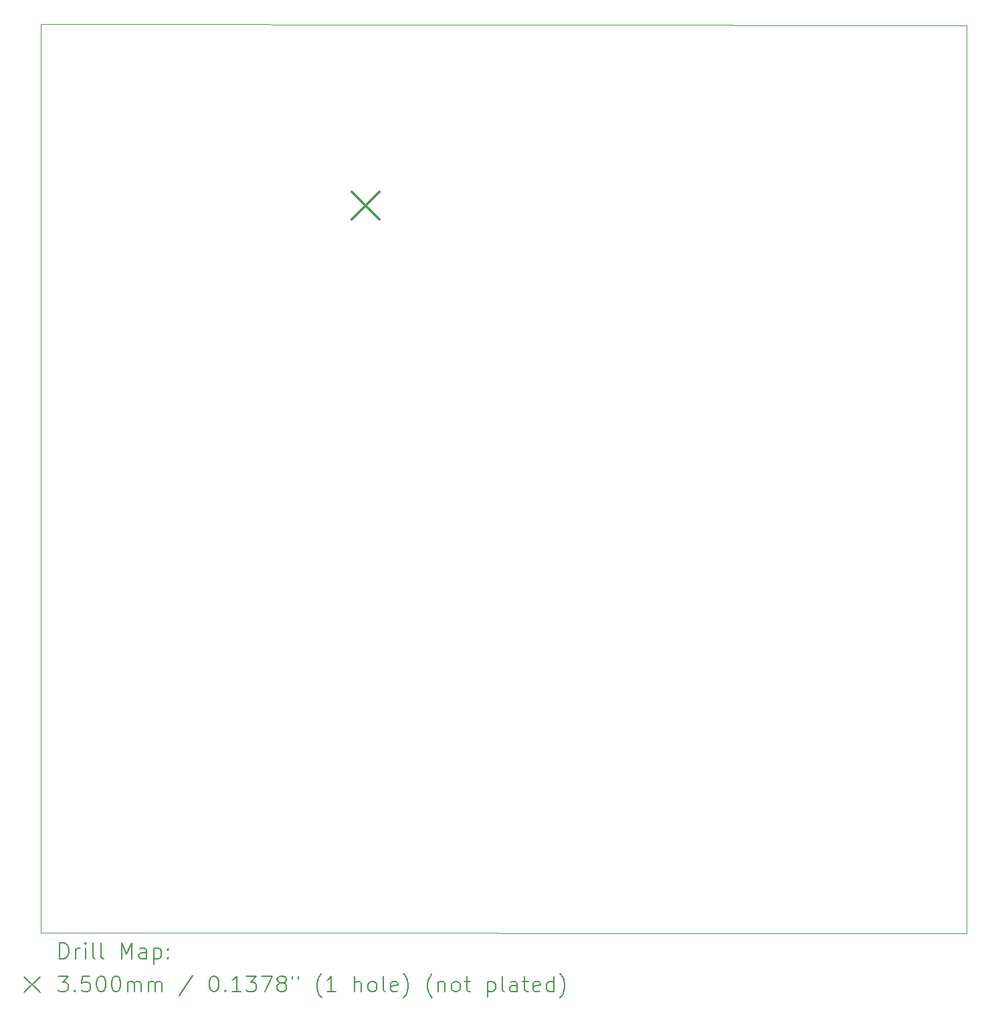
<source format=gbr>
%TF.GenerationSoftware,KiCad,Pcbnew,7.0.1*%
%TF.CreationDate,2023-04-17T00:19:05+03:00*%
%TF.ProjectId,exed,65786564-2e6b-4696-9361-645f70636258,rev?*%
%TF.SameCoordinates,Original*%
%TF.FileFunction,Drillmap*%
%TF.FilePolarity,Positive*%
%FSLAX45Y45*%
G04 Gerber Fmt 4.5, Leading zero omitted, Abs format (unit mm)*
G04 Created by KiCad (PCBNEW 7.0.1) date 2023-04-17 00:19:05*
%MOMM*%
%LPD*%
G01*
G04 APERTURE LIST*
%ADD10C,0.100000*%
%ADD11C,0.200000*%
%ADD12C,0.350000*%
G04 APERTURE END LIST*
D10*
X10000000Y-14500000D02*
X10000000Y-3000000D01*
X21717000Y-14513000D02*
X10000000Y-14500000D01*
X10000000Y-3000000D02*
X21717000Y-3013000D01*
X21717000Y-3013000D02*
X21717000Y-14513000D01*
D11*
D12*
X13939500Y-5122500D02*
X14289500Y-5472500D01*
X14289500Y-5122500D02*
X13939500Y-5472500D01*
D11*
X10242619Y-14830524D02*
X10242619Y-14630524D01*
X10242619Y-14630524D02*
X10290238Y-14630524D01*
X10290238Y-14630524D02*
X10318810Y-14640048D01*
X10318810Y-14640048D02*
X10337857Y-14659095D01*
X10337857Y-14659095D02*
X10347381Y-14678143D01*
X10347381Y-14678143D02*
X10356905Y-14716238D01*
X10356905Y-14716238D02*
X10356905Y-14744809D01*
X10356905Y-14744809D02*
X10347381Y-14782905D01*
X10347381Y-14782905D02*
X10337857Y-14801952D01*
X10337857Y-14801952D02*
X10318810Y-14821000D01*
X10318810Y-14821000D02*
X10290238Y-14830524D01*
X10290238Y-14830524D02*
X10242619Y-14830524D01*
X10442619Y-14830524D02*
X10442619Y-14697190D01*
X10442619Y-14735286D02*
X10452143Y-14716238D01*
X10452143Y-14716238D02*
X10461667Y-14706714D01*
X10461667Y-14706714D02*
X10480714Y-14697190D01*
X10480714Y-14697190D02*
X10499762Y-14697190D01*
X10566429Y-14830524D02*
X10566429Y-14697190D01*
X10566429Y-14630524D02*
X10556905Y-14640048D01*
X10556905Y-14640048D02*
X10566429Y-14649571D01*
X10566429Y-14649571D02*
X10575952Y-14640048D01*
X10575952Y-14640048D02*
X10566429Y-14630524D01*
X10566429Y-14630524D02*
X10566429Y-14649571D01*
X10690238Y-14830524D02*
X10671190Y-14821000D01*
X10671190Y-14821000D02*
X10661667Y-14801952D01*
X10661667Y-14801952D02*
X10661667Y-14630524D01*
X10795000Y-14830524D02*
X10775952Y-14821000D01*
X10775952Y-14821000D02*
X10766429Y-14801952D01*
X10766429Y-14801952D02*
X10766429Y-14630524D01*
X11023571Y-14830524D02*
X11023571Y-14630524D01*
X11023571Y-14630524D02*
X11090238Y-14773381D01*
X11090238Y-14773381D02*
X11156905Y-14630524D01*
X11156905Y-14630524D02*
X11156905Y-14830524D01*
X11337857Y-14830524D02*
X11337857Y-14725762D01*
X11337857Y-14725762D02*
X11328333Y-14706714D01*
X11328333Y-14706714D02*
X11309286Y-14697190D01*
X11309286Y-14697190D02*
X11271190Y-14697190D01*
X11271190Y-14697190D02*
X11252143Y-14706714D01*
X11337857Y-14821000D02*
X11318809Y-14830524D01*
X11318809Y-14830524D02*
X11271190Y-14830524D01*
X11271190Y-14830524D02*
X11252143Y-14821000D01*
X11252143Y-14821000D02*
X11242619Y-14801952D01*
X11242619Y-14801952D02*
X11242619Y-14782905D01*
X11242619Y-14782905D02*
X11252143Y-14763857D01*
X11252143Y-14763857D02*
X11271190Y-14754333D01*
X11271190Y-14754333D02*
X11318809Y-14754333D01*
X11318809Y-14754333D02*
X11337857Y-14744809D01*
X11433095Y-14697190D02*
X11433095Y-14897190D01*
X11433095Y-14706714D02*
X11452143Y-14697190D01*
X11452143Y-14697190D02*
X11490238Y-14697190D01*
X11490238Y-14697190D02*
X11509286Y-14706714D01*
X11509286Y-14706714D02*
X11518809Y-14716238D01*
X11518809Y-14716238D02*
X11528333Y-14735286D01*
X11528333Y-14735286D02*
X11528333Y-14792428D01*
X11528333Y-14792428D02*
X11518809Y-14811476D01*
X11518809Y-14811476D02*
X11509286Y-14821000D01*
X11509286Y-14821000D02*
X11490238Y-14830524D01*
X11490238Y-14830524D02*
X11452143Y-14830524D01*
X11452143Y-14830524D02*
X11433095Y-14821000D01*
X11614048Y-14811476D02*
X11623571Y-14821000D01*
X11623571Y-14821000D02*
X11614048Y-14830524D01*
X11614048Y-14830524D02*
X11604524Y-14821000D01*
X11604524Y-14821000D02*
X11614048Y-14811476D01*
X11614048Y-14811476D02*
X11614048Y-14830524D01*
X11614048Y-14706714D02*
X11623571Y-14716238D01*
X11623571Y-14716238D02*
X11614048Y-14725762D01*
X11614048Y-14725762D02*
X11604524Y-14716238D01*
X11604524Y-14716238D02*
X11614048Y-14706714D01*
X11614048Y-14706714D02*
X11614048Y-14725762D01*
X9795000Y-15058000D02*
X9995000Y-15258000D01*
X9995000Y-15058000D02*
X9795000Y-15258000D01*
X10223571Y-15050524D02*
X10347381Y-15050524D01*
X10347381Y-15050524D02*
X10280714Y-15126714D01*
X10280714Y-15126714D02*
X10309286Y-15126714D01*
X10309286Y-15126714D02*
X10328333Y-15136238D01*
X10328333Y-15136238D02*
X10337857Y-15145762D01*
X10337857Y-15145762D02*
X10347381Y-15164809D01*
X10347381Y-15164809D02*
X10347381Y-15212428D01*
X10347381Y-15212428D02*
X10337857Y-15231476D01*
X10337857Y-15231476D02*
X10328333Y-15241000D01*
X10328333Y-15241000D02*
X10309286Y-15250524D01*
X10309286Y-15250524D02*
X10252143Y-15250524D01*
X10252143Y-15250524D02*
X10233095Y-15241000D01*
X10233095Y-15241000D02*
X10223571Y-15231476D01*
X10433095Y-15231476D02*
X10442619Y-15241000D01*
X10442619Y-15241000D02*
X10433095Y-15250524D01*
X10433095Y-15250524D02*
X10423571Y-15241000D01*
X10423571Y-15241000D02*
X10433095Y-15231476D01*
X10433095Y-15231476D02*
X10433095Y-15250524D01*
X10623571Y-15050524D02*
X10528333Y-15050524D01*
X10528333Y-15050524D02*
X10518810Y-15145762D01*
X10518810Y-15145762D02*
X10528333Y-15136238D01*
X10528333Y-15136238D02*
X10547381Y-15126714D01*
X10547381Y-15126714D02*
X10595000Y-15126714D01*
X10595000Y-15126714D02*
X10614048Y-15136238D01*
X10614048Y-15136238D02*
X10623571Y-15145762D01*
X10623571Y-15145762D02*
X10633095Y-15164809D01*
X10633095Y-15164809D02*
X10633095Y-15212428D01*
X10633095Y-15212428D02*
X10623571Y-15231476D01*
X10623571Y-15231476D02*
X10614048Y-15241000D01*
X10614048Y-15241000D02*
X10595000Y-15250524D01*
X10595000Y-15250524D02*
X10547381Y-15250524D01*
X10547381Y-15250524D02*
X10528333Y-15241000D01*
X10528333Y-15241000D02*
X10518810Y-15231476D01*
X10756905Y-15050524D02*
X10775952Y-15050524D01*
X10775952Y-15050524D02*
X10795000Y-15060048D01*
X10795000Y-15060048D02*
X10804524Y-15069571D01*
X10804524Y-15069571D02*
X10814048Y-15088619D01*
X10814048Y-15088619D02*
X10823571Y-15126714D01*
X10823571Y-15126714D02*
X10823571Y-15174333D01*
X10823571Y-15174333D02*
X10814048Y-15212428D01*
X10814048Y-15212428D02*
X10804524Y-15231476D01*
X10804524Y-15231476D02*
X10795000Y-15241000D01*
X10795000Y-15241000D02*
X10775952Y-15250524D01*
X10775952Y-15250524D02*
X10756905Y-15250524D01*
X10756905Y-15250524D02*
X10737857Y-15241000D01*
X10737857Y-15241000D02*
X10728333Y-15231476D01*
X10728333Y-15231476D02*
X10718810Y-15212428D01*
X10718810Y-15212428D02*
X10709286Y-15174333D01*
X10709286Y-15174333D02*
X10709286Y-15126714D01*
X10709286Y-15126714D02*
X10718810Y-15088619D01*
X10718810Y-15088619D02*
X10728333Y-15069571D01*
X10728333Y-15069571D02*
X10737857Y-15060048D01*
X10737857Y-15060048D02*
X10756905Y-15050524D01*
X10947381Y-15050524D02*
X10966429Y-15050524D01*
X10966429Y-15050524D02*
X10985476Y-15060048D01*
X10985476Y-15060048D02*
X10995000Y-15069571D01*
X10995000Y-15069571D02*
X11004524Y-15088619D01*
X11004524Y-15088619D02*
X11014048Y-15126714D01*
X11014048Y-15126714D02*
X11014048Y-15174333D01*
X11014048Y-15174333D02*
X11004524Y-15212428D01*
X11004524Y-15212428D02*
X10995000Y-15231476D01*
X10995000Y-15231476D02*
X10985476Y-15241000D01*
X10985476Y-15241000D02*
X10966429Y-15250524D01*
X10966429Y-15250524D02*
X10947381Y-15250524D01*
X10947381Y-15250524D02*
X10928333Y-15241000D01*
X10928333Y-15241000D02*
X10918810Y-15231476D01*
X10918810Y-15231476D02*
X10909286Y-15212428D01*
X10909286Y-15212428D02*
X10899762Y-15174333D01*
X10899762Y-15174333D02*
X10899762Y-15126714D01*
X10899762Y-15126714D02*
X10909286Y-15088619D01*
X10909286Y-15088619D02*
X10918810Y-15069571D01*
X10918810Y-15069571D02*
X10928333Y-15060048D01*
X10928333Y-15060048D02*
X10947381Y-15050524D01*
X11099762Y-15250524D02*
X11099762Y-15117190D01*
X11099762Y-15136238D02*
X11109286Y-15126714D01*
X11109286Y-15126714D02*
X11128333Y-15117190D01*
X11128333Y-15117190D02*
X11156905Y-15117190D01*
X11156905Y-15117190D02*
X11175952Y-15126714D01*
X11175952Y-15126714D02*
X11185476Y-15145762D01*
X11185476Y-15145762D02*
X11185476Y-15250524D01*
X11185476Y-15145762D02*
X11195000Y-15126714D01*
X11195000Y-15126714D02*
X11214048Y-15117190D01*
X11214048Y-15117190D02*
X11242619Y-15117190D01*
X11242619Y-15117190D02*
X11261667Y-15126714D01*
X11261667Y-15126714D02*
X11271190Y-15145762D01*
X11271190Y-15145762D02*
X11271190Y-15250524D01*
X11366429Y-15250524D02*
X11366429Y-15117190D01*
X11366429Y-15136238D02*
X11375952Y-15126714D01*
X11375952Y-15126714D02*
X11395000Y-15117190D01*
X11395000Y-15117190D02*
X11423571Y-15117190D01*
X11423571Y-15117190D02*
X11442619Y-15126714D01*
X11442619Y-15126714D02*
X11452143Y-15145762D01*
X11452143Y-15145762D02*
X11452143Y-15250524D01*
X11452143Y-15145762D02*
X11461667Y-15126714D01*
X11461667Y-15126714D02*
X11480714Y-15117190D01*
X11480714Y-15117190D02*
X11509286Y-15117190D01*
X11509286Y-15117190D02*
X11528333Y-15126714D01*
X11528333Y-15126714D02*
X11537857Y-15145762D01*
X11537857Y-15145762D02*
X11537857Y-15250524D01*
X11928333Y-15041000D02*
X11756905Y-15298143D01*
X12185476Y-15050524D02*
X12204524Y-15050524D01*
X12204524Y-15050524D02*
X12223572Y-15060048D01*
X12223572Y-15060048D02*
X12233095Y-15069571D01*
X12233095Y-15069571D02*
X12242619Y-15088619D01*
X12242619Y-15088619D02*
X12252143Y-15126714D01*
X12252143Y-15126714D02*
X12252143Y-15174333D01*
X12252143Y-15174333D02*
X12242619Y-15212428D01*
X12242619Y-15212428D02*
X12233095Y-15231476D01*
X12233095Y-15231476D02*
X12223572Y-15241000D01*
X12223572Y-15241000D02*
X12204524Y-15250524D01*
X12204524Y-15250524D02*
X12185476Y-15250524D01*
X12185476Y-15250524D02*
X12166429Y-15241000D01*
X12166429Y-15241000D02*
X12156905Y-15231476D01*
X12156905Y-15231476D02*
X12147381Y-15212428D01*
X12147381Y-15212428D02*
X12137857Y-15174333D01*
X12137857Y-15174333D02*
X12137857Y-15126714D01*
X12137857Y-15126714D02*
X12147381Y-15088619D01*
X12147381Y-15088619D02*
X12156905Y-15069571D01*
X12156905Y-15069571D02*
X12166429Y-15060048D01*
X12166429Y-15060048D02*
X12185476Y-15050524D01*
X12337857Y-15231476D02*
X12347381Y-15241000D01*
X12347381Y-15241000D02*
X12337857Y-15250524D01*
X12337857Y-15250524D02*
X12328333Y-15241000D01*
X12328333Y-15241000D02*
X12337857Y-15231476D01*
X12337857Y-15231476D02*
X12337857Y-15250524D01*
X12537857Y-15250524D02*
X12423572Y-15250524D01*
X12480714Y-15250524D02*
X12480714Y-15050524D01*
X12480714Y-15050524D02*
X12461667Y-15079095D01*
X12461667Y-15079095D02*
X12442619Y-15098143D01*
X12442619Y-15098143D02*
X12423572Y-15107667D01*
X12604524Y-15050524D02*
X12728333Y-15050524D01*
X12728333Y-15050524D02*
X12661667Y-15126714D01*
X12661667Y-15126714D02*
X12690238Y-15126714D01*
X12690238Y-15126714D02*
X12709286Y-15136238D01*
X12709286Y-15136238D02*
X12718810Y-15145762D01*
X12718810Y-15145762D02*
X12728333Y-15164809D01*
X12728333Y-15164809D02*
X12728333Y-15212428D01*
X12728333Y-15212428D02*
X12718810Y-15231476D01*
X12718810Y-15231476D02*
X12709286Y-15241000D01*
X12709286Y-15241000D02*
X12690238Y-15250524D01*
X12690238Y-15250524D02*
X12633095Y-15250524D01*
X12633095Y-15250524D02*
X12614048Y-15241000D01*
X12614048Y-15241000D02*
X12604524Y-15231476D01*
X12795000Y-15050524D02*
X12928333Y-15050524D01*
X12928333Y-15050524D02*
X12842619Y-15250524D01*
X13033095Y-15136238D02*
X13014048Y-15126714D01*
X13014048Y-15126714D02*
X13004524Y-15117190D01*
X13004524Y-15117190D02*
X12995000Y-15098143D01*
X12995000Y-15098143D02*
X12995000Y-15088619D01*
X12995000Y-15088619D02*
X13004524Y-15069571D01*
X13004524Y-15069571D02*
X13014048Y-15060048D01*
X13014048Y-15060048D02*
X13033095Y-15050524D01*
X13033095Y-15050524D02*
X13071191Y-15050524D01*
X13071191Y-15050524D02*
X13090238Y-15060048D01*
X13090238Y-15060048D02*
X13099762Y-15069571D01*
X13099762Y-15069571D02*
X13109286Y-15088619D01*
X13109286Y-15088619D02*
X13109286Y-15098143D01*
X13109286Y-15098143D02*
X13099762Y-15117190D01*
X13099762Y-15117190D02*
X13090238Y-15126714D01*
X13090238Y-15126714D02*
X13071191Y-15136238D01*
X13071191Y-15136238D02*
X13033095Y-15136238D01*
X13033095Y-15136238D02*
X13014048Y-15145762D01*
X13014048Y-15145762D02*
X13004524Y-15155286D01*
X13004524Y-15155286D02*
X12995000Y-15174333D01*
X12995000Y-15174333D02*
X12995000Y-15212428D01*
X12995000Y-15212428D02*
X13004524Y-15231476D01*
X13004524Y-15231476D02*
X13014048Y-15241000D01*
X13014048Y-15241000D02*
X13033095Y-15250524D01*
X13033095Y-15250524D02*
X13071191Y-15250524D01*
X13071191Y-15250524D02*
X13090238Y-15241000D01*
X13090238Y-15241000D02*
X13099762Y-15231476D01*
X13099762Y-15231476D02*
X13109286Y-15212428D01*
X13109286Y-15212428D02*
X13109286Y-15174333D01*
X13109286Y-15174333D02*
X13099762Y-15155286D01*
X13099762Y-15155286D02*
X13090238Y-15145762D01*
X13090238Y-15145762D02*
X13071191Y-15136238D01*
X13185476Y-15050524D02*
X13185476Y-15088619D01*
X13261667Y-15050524D02*
X13261667Y-15088619D01*
X13556905Y-15326714D02*
X13547381Y-15317190D01*
X13547381Y-15317190D02*
X13528334Y-15288619D01*
X13528334Y-15288619D02*
X13518810Y-15269571D01*
X13518810Y-15269571D02*
X13509286Y-15241000D01*
X13509286Y-15241000D02*
X13499762Y-15193381D01*
X13499762Y-15193381D02*
X13499762Y-15155286D01*
X13499762Y-15155286D02*
X13509286Y-15107667D01*
X13509286Y-15107667D02*
X13518810Y-15079095D01*
X13518810Y-15079095D02*
X13528334Y-15060048D01*
X13528334Y-15060048D02*
X13547381Y-15031476D01*
X13547381Y-15031476D02*
X13556905Y-15021952D01*
X13737857Y-15250524D02*
X13623572Y-15250524D01*
X13680714Y-15250524D02*
X13680714Y-15050524D01*
X13680714Y-15050524D02*
X13661667Y-15079095D01*
X13661667Y-15079095D02*
X13642619Y-15098143D01*
X13642619Y-15098143D02*
X13623572Y-15107667D01*
X13975953Y-15250524D02*
X13975953Y-15050524D01*
X14061667Y-15250524D02*
X14061667Y-15145762D01*
X14061667Y-15145762D02*
X14052143Y-15126714D01*
X14052143Y-15126714D02*
X14033096Y-15117190D01*
X14033096Y-15117190D02*
X14004524Y-15117190D01*
X14004524Y-15117190D02*
X13985476Y-15126714D01*
X13985476Y-15126714D02*
X13975953Y-15136238D01*
X14185476Y-15250524D02*
X14166429Y-15241000D01*
X14166429Y-15241000D02*
X14156905Y-15231476D01*
X14156905Y-15231476D02*
X14147381Y-15212428D01*
X14147381Y-15212428D02*
X14147381Y-15155286D01*
X14147381Y-15155286D02*
X14156905Y-15136238D01*
X14156905Y-15136238D02*
X14166429Y-15126714D01*
X14166429Y-15126714D02*
X14185476Y-15117190D01*
X14185476Y-15117190D02*
X14214048Y-15117190D01*
X14214048Y-15117190D02*
X14233096Y-15126714D01*
X14233096Y-15126714D02*
X14242619Y-15136238D01*
X14242619Y-15136238D02*
X14252143Y-15155286D01*
X14252143Y-15155286D02*
X14252143Y-15212428D01*
X14252143Y-15212428D02*
X14242619Y-15231476D01*
X14242619Y-15231476D02*
X14233096Y-15241000D01*
X14233096Y-15241000D02*
X14214048Y-15250524D01*
X14214048Y-15250524D02*
X14185476Y-15250524D01*
X14366429Y-15250524D02*
X14347381Y-15241000D01*
X14347381Y-15241000D02*
X14337857Y-15221952D01*
X14337857Y-15221952D02*
X14337857Y-15050524D01*
X14518810Y-15241000D02*
X14499762Y-15250524D01*
X14499762Y-15250524D02*
X14461667Y-15250524D01*
X14461667Y-15250524D02*
X14442619Y-15241000D01*
X14442619Y-15241000D02*
X14433096Y-15221952D01*
X14433096Y-15221952D02*
X14433096Y-15145762D01*
X14433096Y-15145762D02*
X14442619Y-15126714D01*
X14442619Y-15126714D02*
X14461667Y-15117190D01*
X14461667Y-15117190D02*
X14499762Y-15117190D01*
X14499762Y-15117190D02*
X14518810Y-15126714D01*
X14518810Y-15126714D02*
X14528334Y-15145762D01*
X14528334Y-15145762D02*
X14528334Y-15164809D01*
X14528334Y-15164809D02*
X14433096Y-15183857D01*
X14595000Y-15326714D02*
X14604524Y-15317190D01*
X14604524Y-15317190D02*
X14623572Y-15288619D01*
X14623572Y-15288619D02*
X14633096Y-15269571D01*
X14633096Y-15269571D02*
X14642619Y-15241000D01*
X14642619Y-15241000D02*
X14652143Y-15193381D01*
X14652143Y-15193381D02*
X14652143Y-15155286D01*
X14652143Y-15155286D02*
X14642619Y-15107667D01*
X14642619Y-15107667D02*
X14633096Y-15079095D01*
X14633096Y-15079095D02*
X14623572Y-15060048D01*
X14623572Y-15060048D02*
X14604524Y-15031476D01*
X14604524Y-15031476D02*
X14595000Y-15021952D01*
X14956905Y-15326714D02*
X14947381Y-15317190D01*
X14947381Y-15317190D02*
X14928334Y-15288619D01*
X14928334Y-15288619D02*
X14918810Y-15269571D01*
X14918810Y-15269571D02*
X14909286Y-15241000D01*
X14909286Y-15241000D02*
X14899762Y-15193381D01*
X14899762Y-15193381D02*
X14899762Y-15155286D01*
X14899762Y-15155286D02*
X14909286Y-15107667D01*
X14909286Y-15107667D02*
X14918810Y-15079095D01*
X14918810Y-15079095D02*
X14928334Y-15060048D01*
X14928334Y-15060048D02*
X14947381Y-15031476D01*
X14947381Y-15031476D02*
X14956905Y-15021952D01*
X15033096Y-15117190D02*
X15033096Y-15250524D01*
X15033096Y-15136238D02*
X15042619Y-15126714D01*
X15042619Y-15126714D02*
X15061667Y-15117190D01*
X15061667Y-15117190D02*
X15090238Y-15117190D01*
X15090238Y-15117190D02*
X15109286Y-15126714D01*
X15109286Y-15126714D02*
X15118810Y-15145762D01*
X15118810Y-15145762D02*
X15118810Y-15250524D01*
X15242619Y-15250524D02*
X15223572Y-15241000D01*
X15223572Y-15241000D02*
X15214048Y-15231476D01*
X15214048Y-15231476D02*
X15204524Y-15212428D01*
X15204524Y-15212428D02*
X15204524Y-15155286D01*
X15204524Y-15155286D02*
X15214048Y-15136238D01*
X15214048Y-15136238D02*
X15223572Y-15126714D01*
X15223572Y-15126714D02*
X15242619Y-15117190D01*
X15242619Y-15117190D02*
X15271191Y-15117190D01*
X15271191Y-15117190D02*
X15290238Y-15126714D01*
X15290238Y-15126714D02*
X15299762Y-15136238D01*
X15299762Y-15136238D02*
X15309286Y-15155286D01*
X15309286Y-15155286D02*
X15309286Y-15212428D01*
X15309286Y-15212428D02*
X15299762Y-15231476D01*
X15299762Y-15231476D02*
X15290238Y-15241000D01*
X15290238Y-15241000D02*
X15271191Y-15250524D01*
X15271191Y-15250524D02*
X15242619Y-15250524D01*
X15366429Y-15117190D02*
X15442619Y-15117190D01*
X15395000Y-15050524D02*
X15395000Y-15221952D01*
X15395000Y-15221952D02*
X15404524Y-15241000D01*
X15404524Y-15241000D02*
X15423572Y-15250524D01*
X15423572Y-15250524D02*
X15442619Y-15250524D01*
X15661667Y-15117190D02*
X15661667Y-15317190D01*
X15661667Y-15126714D02*
X15680715Y-15117190D01*
X15680715Y-15117190D02*
X15718810Y-15117190D01*
X15718810Y-15117190D02*
X15737858Y-15126714D01*
X15737858Y-15126714D02*
X15747381Y-15136238D01*
X15747381Y-15136238D02*
X15756905Y-15155286D01*
X15756905Y-15155286D02*
X15756905Y-15212428D01*
X15756905Y-15212428D02*
X15747381Y-15231476D01*
X15747381Y-15231476D02*
X15737858Y-15241000D01*
X15737858Y-15241000D02*
X15718810Y-15250524D01*
X15718810Y-15250524D02*
X15680715Y-15250524D01*
X15680715Y-15250524D02*
X15661667Y-15241000D01*
X15871191Y-15250524D02*
X15852143Y-15241000D01*
X15852143Y-15241000D02*
X15842619Y-15221952D01*
X15842619Y-15221952D02*
X15842619Y-15050524D01*
X16033096Y-15250524D02*
X16033096Y-15145762D01*
X16033096Y-15145762D02*
X16023572Y-15126714D01*
X16023572Y-15126714D02*
X16004524Y-15117190D01*
X16004524Y-15117190D02*
X15966429Y-15117190D01*
X15966429Y-15117190D02*
X15947381Y-15126714D01*
X16033096Y-15241000D02*
X16014048Y-15250524D01*
X16014048Y-15250524D02*
X15966429Y-15250524D01*
X15966429Y-15250524D02*
X15947381Y-15241000D01*
X15947381Y-15241000D02*
X15937858Y-15221952D01*
X15937858Y-15221952D02*
X15937858Y-15202905D01*
X15937858Y-15202905D02*
X15947381Y-15183857D01*
X15947381Y-15183857D02*
X15966429Y-15174333D01*
X15966429Y-15174333D02*
X16014048Y-15174333D01*
X16014048Y-15174333D02*
X16033096Y-15164809D01*
X16099762Y-15117190D02*
X16175953Y-15117190D01*
X16128334Y-15050524D02*
X16128334Y-15221952D01*
X16128334Y-15221952D02*
X16137858Y-15241000D01*
X16137858Y-15241000D02*
X16156905Y-15250524D01*
X16156905Y-15250524D02*
X16175953Y-15250524D01*
X16318810Y-15241000D02*
X16299762Y-15250524D01*
X16299762Y-15250524D02*
X16261667Y-15250524D01*
X16261667Y-15250524D02*
X16242619Y-15241000D01*
X16242619Y-15241000D02*
X16233096Y-15221952D01*
X16233096Y-15221952D02*
X16233096Y-15145762D01*
X16233096Y-15145762D02*
X16242619Y-15126714D01*
X16242619Y-15126714D02*
X16261667Y-15117190D01*
X16261667Y-15117190D02*
X16299762Y-15117190D01*
X16299762Y-15117190D02*
X16318810Y-15126714D01*
X16318810Y-15126714D02*
X16328334Y-15145762D01*
X16328334Y-15145762D02*
X16328334Y-15164809D01*
X16328334Y-15164809D02*
X16233096Y-15183857D01*
X16499762Y-15250524D02*
X16499762Y-15050524D01*
X16499762Y-15241000D02*
X16480715Y-15250524D01*
X16480715Y-15250524D02*
X16442619Y-15250524D01*
X16442619Y-15250524D02*
X16423572Y-15241000D01*
X16423572Y-15241000D02*
X16414048Y-15231476D01*
X16414048Y-15231476D02*
X16404524Y-15212428D01*
X16404524Y-15212428D02*
X16404524Y-15155286D01*
X16404524Y-15155286D02*
X16414048Y-15136238D01*
X16414048Y-15136238D02*
X16423572Y-15126714D01*
X16423572Y-15126714D02*
X16442619Y-15117190D01*
X16442619Y-15117190D02*
X16480715Y-15117190D01*
X16480715Y-15117190D02*
X16499762Y-15126714D01*
X16575953Y-15326714D02*
X16585477Y-15317190D01*
X16585477Y-15317190D02*
X16604524Y-15288619D01*
X16604524Y-15288619D02*
X16614048Y-15269571D01*
X16614048Y-15269571D02*
X16623572Y-15241000D01*
X16623572Y-15241000D02*
X16633096Y-15193381D01*
X16633096Y-15193381D02*
X16633096Y-15155286D01*
X16633096Y-15155286D02*
X16623572Y-15107667D01*
X16623572Y-15107667D02*
X16614048Y-15079095D01*
X16614048Y-15079095D02*
X16604524Y-15060048D01*
X16604524Y-15060048D02*
X16585477Y-15031476D01*
X16585477Y-15031476D02*
X16575953Y-15021952D01*
M02*

</source>
